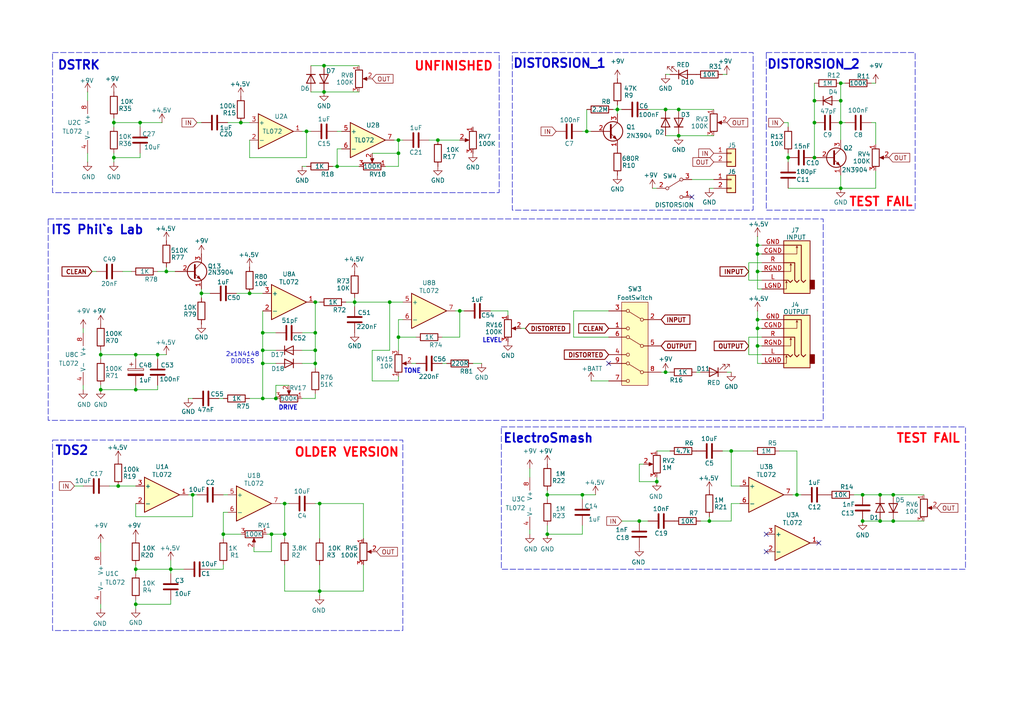
<source format=kicad_sch>
(kicad_sch (version 20231120) (generator "eeschema") (generator_version "8.0")
  (paper "A4")
  (title_block (title "Distorsion Pedals"))
  (junction (at 193.04 107.95))
  (junction (at 190.5 139.7))
  (junction (at 250.19 143.51))
  (junction (at 92.71 146.05))
  (junction (at 170.18 38.1))
  (junction (at 39.37 102.87))
  (junction (at 55.88 143.51))
  (junction (at 255.27 143.51))
  (junction (at 102.87 87.63))
  (junction (at 39.37 165.1))
  (junction (at 219.71 78.74))
  (junction (at 97.79 48.26))
  (junction (at 29.21 113.03))
  (junction (at 76.2 101.6))
  (junction (at 39.37 113.03))
  (junction (at 193.04 31.75))
  (junction (at 179.07 31.75))
  (junction (at 168.91 143.51))
  (junction (at 39.37 175.26))
  (junction (at 34.29 140.97))
  (junction (at 93.98 26.67))
  (junction (at 29.21 102.87))
  (junction (at 219.71 92.71))
  (junction (at 231.14 143.51))
  (junction (at 58.42 85.09))
  (junction (at 158.75 143.51))
  (junction (at 113.03 87.63))
  (junction (at 40.64 35.56))
  (junction (at 91.44 96.52))
  (junction (at 82.55 154.94))
  (junction (at 133.35 90.17))
  (junction (at 76.2 115.57))
  (junction (at 236.22 29.21))
  (junction (at 91.44 87.63))
  (junction (at 64.77 154.94))
  (junction (at 80.01 115.57))
  (junction (at 91.44 101.6))
  (junction (at 219.71 100.33))
  (junction (at 158.75 154.94))
  (junction (at 196.85 31.75))
  (junction (at 212.09 130.81))
  (junction (at 91.44 105.41))
  (junction (at 219.71 73.66))
  (junction (at 78.74 154.94))
  (junction (at 127 40.64))
  (junction (at 76.2 105.41))
  (junction (at 259.08 151.13))
  (junction (at 219.71 95.25))
  (junction (at 33.02 35.56))
  (junction (at 92.71 171.45))
  (junction (at 33.02 45.72))
  (junction (at 69.85 35.56))
  (junction (at 185.42 151.13))
  (junction (at 196.85 39.37))
  (junction (at 228.6 45.72))
  (junction (at 205.74 151.13))
  (junction (at 72.39 85.09))
  (junction (at 255.27 151.13))
  (junction (at 236.22 35.56))
  (junction (at 49.53 165.1))
  (junction (at 115.57 97.79))
  (junction (at 48.26 78.74))
  (junction (at 76.2 96.52))
  (junction (at 115.57 44.45))
  (junction (at 219.71 71.12))
  (junction (at 93.98 19.05))
  (junction (at 82.55 146.05))
  (junction (at 45.72 102.87))
  (junction (at 243.84 35.56))
  (junction (at 250.19 151.13))
  (junction (at 243.84 29.21))
  (junction (at 236.22 45.72))
  (junction (at 88.9 38.1))
  (junction (at 243.84 24.13))
  (junction (at 259.08 143.51))
  (junction (at 115.57 40.64))
  (junction (at 243.84 54.61))
  (no_connect (at 237.49 157.48))
  (no_connect (at 200.66 57.15))
  (no_connect (at 222.25 160.02))
  (no_connect (at 176.53 105.41))
  (no_connect (at 222.25 154.94))
  (wire (pts (xy 133.35 97.79) (xy 133.35 90.17)))
  (wire (pts (xy 100.33 87.63) (xy 102.87 87.63)))
  (wire (pts (xy 39.37 163.83) (xy 39.37 165.1)))
  (wire (pts (xy 49.53 173.99) (xy 49.53 175.26)))
  (wire (pts (xy 190.5 130.81) (xy 194.31 130.81)))
  (wire (pts (xy 78.74 154.94) (xy 77.47 154.94)))
  (wire (pts (xy 212.09 151.13) (xy 205.74 151.13)))
  (wire (pts (xy 39.37 102.87) (xy 29.21 102.87)))
  (wire (pts (xy 64.77 165.1) (xy 64.77 163.83)))
  (wire (pts (xy 63.5 115.57) (xy 64.77 115.57)))
  (wire (pts (xy 170.18 38.1) (xy 170.18 31.75)))
  (wire (pts (xy 33.02 46.99) (xy 33.02 45.72)))
  (wire (pts (xy 120.65 97.79) (xy 115.57 97.79)))
  (wire (pts (xy 92.71 146.05) (xy 105.41 146.05)))
  (wire (pts (xy 58.42 86.36) (xy 58.42 85.09)))
  (wire (pts (xy 82.55 146.05) (xy 82.55 154.94)))
  (wire (pts (xy 24.13 113.03) (xy 24.13 111.76)))
  (wire (pts (xy 76.2 105.41) (xy 80.01 105.41)))
  (wire (pts (xy 231.14 130.81) (xy 231.14 143.51)))
  (wire (pts (xy 39.37 149.86) (xy 55.88 149.86)))
  (wire (pts (xy 87.63 105.41) (xy 91.44 105.41)))
  (wire (pts (xy 220.98 71.12) (xy 219.71 71.12)))
  (wire (pts (xy 82.55 154.94) (xy 78.74 154.94)))
  (wire (pts (xy 40.64 45.72) (xy 33.02 45.72)))
  (wire (pts (xy 90.17 19.05) (xy 93.98 19.05)))
  (wire (pts (xy 102.87 87.63) (xy 102.87 88.9)))
  (wire (pts (xy 115.57 97.79) (xy 115.57 92.71)))
  (wire (pts (xy 72.39 45.72) (xy 88.9 45.72)))
  (wire (pts (xy 219.71 78.74) (xy 219.71 83.82)))
  (wire (pts (xy 69.85 35.56) (xy 72.39 35.56)))
  (wire (pts (xy 217.17 76.2) (xy 217.17 81.28)))
  (wire (pts (xy 227.33 35.56) (xy 228.6 35.56)))
  (wire (pts (xy 212.09 140.97) (xy 214.63 140.97)))
  (wire (pts (xy 236.22 45.72) (xy 236.22 35.56)))
  (wire (pts (xy 39.37 165.1) (xy 39.37 166.37)))
  (wire (pts (xy 243.84 24.13) (xy 243.84 29.21)))
  (wire (pts (xy 212.09 107.95) (xy 210.82 107.95)))
  (wire (pts (xy 92.71 146.05) (xy 91.44 146.05)))
  (wire (pts (xy 102.87 87.63) (xy 113.03 87.63)))
  (wire (pts (xy 158.75 143.51) (xy 158.75 144.78)))
  (wire (pts (xy 205.74 149.86) (xy 205.74 151.13)))
  (wire (pts (xy 45.72 78.74) (xy 48.26 78.74)))
  (wire (pts (xy 68.58 85.09) (xy 72.39 85.09)))
  (wire (pts (xy 245.11 35.56) (xy 243.84 35.56)))
  (wire (pts (xy 49.53 162.56) (xy 49.53 165.1)))
  (wire (pts (xy 168.91 38.1) (xy 170.18 38.1)))
  (wire (pts (xy 45.72 102.87) (xy 48.26 102.87)))
  (wire (pts (xy 92.71 87.63) (xy 91.44 87.63)))
  (wire (pts (xy 236.22 29.21) (xy 236.22 35.56)))
  (wire (pts (xy 87.63 96.52) (xy 91.44 96.52)))
  (wire (pts (xy 29.21 176.53) (xy 29.21 175.26)))
  (wire (pts (xy 219.71 83.82) (xy 220.98 83.82)))
  (wire (pts (xy 185.42 134.62) (xy 185.42 139.7)))
  (wire (pts (xy 48.26 78.74) (xy 50.8 78.74)))
  (wire (pts (xy 217.17 97.79) (xy 217.17 102.87)))
  (wire (pts (xy 34.29 140.97) (xy 39.37 140.97)))
  (wire (pts (xy 39.37 111.76) (xy 39.37 113.03)))
  (wire (pts (xy 82.55 163.83) (xy 82.55 171.45)))
  (wire (pts (xy 82.55 171.45) (xy 92.71 171.45)))
  (wire (pts (xy 102.87 86.36) (xy 102.87 87.63)))
  (wire (pts (xy 31.75 140.97) (xy 34.29 140.97)))
  (wire (pts (xy 219.71 68.58) (xy 219.71 71.12)))
  (wire (pts (xy 193.04 39.37) (xy 196.85 39.37)))
  (wire (pts (xy 107.95 44.45) (xy 115.57 44.45)))
  (wire (pts (xy 91.44 115.57) (xy 91.44 114.3)))
  (wire (pts (xy 254 35.56) (xy 254 41.91)))
  (wire (pts (xy 129.54 105.41) (xy 128.27 105.41)))
  (wire (pts (xy 200.66 52.07) (xy 207.01 52.07)))
  (wire (pts (xy 247.65 143.51) (xy 250.19 143.51)))
  (wire (pts (xy 196.85 39.37) (xy 207.01 39.37)))
  (wire (pts (xy 153.67 154.94) (xy 153.67 153.67)))
  (wire (pts (xy 82.55 146.05) (xy 83.82 146.05)))
  (wire (pts (xy 76.2 90.17) (xy 76.2 96.52)))
  (wire (pts (xy 115.57 44.45) (xy 115.57 48.26)))
  (wire (pts (xy 40.64 45.72) (xy 40.64 44.45)))
  (wire (pts (xy 25.4 26.67) (xy 25.4 29.21)))
  (wire (pts (xy 245.11 24.13) (xy 243.84 24.13)))
  (wire (pts (xy 220.98 92.71) (xy 219.71 92.71)))
  (wire (pts (xy 33.02 34.29) (xy 33.02 35.56)))
  (wire (pts (xy 115.57 92.71) (xy 116.84 92.71)))
  (wire (pts (xy 107.95 110.49) (xy 107.95 101.6)))
  (wire (pts (xy 40.64 35.56) (xy 46.99 35.56)))
  (wire (pts (xy 90.17 38.1) (xy 88.9 38.1)))
  (wire (pts (xy 179.07 31.75) (xy 180.34 31.75)))
  (wire (pts (xy 134.62 90.17) (xy 133.35 90.17)))
  (wire (pts (xy 193.04 107.95) (xy 191.77 107.95)))
  (wire (pts (xy 97.79 48.26) (xy 97.79 43.18)))
  (wire (pts (xy 228.6 54.61) (xy 243.84 54.61)))
  (wire (pts (xy 168.91 144.78) (xy 168.91 143.51)))
  (wire (pts (xy 64.77 143.51) (xy 66.04 143.51)))
  (wire (pts (xy 158.75 152.4) (xy 158.75 154.94)))
  (wire (pts (xy 60.96 165.1) (xy 64.77 165.1)))
  (wire (pts (xy 105.41 171.45) (xy 105.41 163.83)))
  (wire (pts (xy 128.27 97.79) (xy 133.35 97.79)))
  (wire (pts (xy 76.2 101.6) (xy 80.01 101.6)))
  (wire (pts (xy 76.2 101.6) (xy 76.2 105.41)))
  (wire (pts (xy 259.08 151.13) (xy 267.97 151.13)))
  (wire (pts (xy 209.55 130.81) (xy 212.09 130.81)))
  (wire (pts (xy 116.84 40.64) (xy 115.57 40.64)))
  (wire (pts (xy 49.53 166.37) (xy 49.53 165.1)))
  (wire (pts (xy 48.26 77.47) (xy 48.26 78.74)))
  (wire (pts (xy 91.44 87.63) (xy 91.44 96.52)))
  (wire (pts (xy 219.71 105.41) (xy 220.98 105.41)))
  (wire (pts (xy 190.5 139.7) (xy 190.5 138.43)))
  (wire (pts (xy 39.37 102.87) (xy 45.72 102.87)))
  (wire (pts (xy 250.19 151.13) (xy 255.27 151.13)))
  (wire (pts (xy 259.08 151.13) (xy 255.27 151.13)))
  (wire (pts (xy 93.98 26.67) (xy 104.14 26.67)))
  (wire (pts (xy 115.57 109.22) (xy 115.57 110.49)))
  (wire (pts (xy 177.8 31.75) (xy 179.07 31.75)))
  (wire (pts (xy 76.2 115.57) (xy 80.01 115.57)))
  (wire (pts (xy 80.01 111.76) (xy 83.82 111.76)))
  (wire (pts (xy 228.6 35.56) (xy 228.6 36.83)))
  (wire (pts (xy 29.21 111.76) (xy 29.21 113.03)))
  (wire (pts (xy 92.71 172.72) (xy 92.71 171.45)))
  (wire (pts (xy 220.98 73.66) (xy 219.71 73.66)))
  (wire (pts (xy 250.19 143.51) (xy 255.27 143.51)))
  (wire (pts (xy 54.61 143.51) (xy 55.88 143.51)))
  (wire (pts (xy 168.91 154.94) (xy 158.75 154.94)))
  (wire (pts (xy 158.75 142.24) (xy 158.75 143.51)))
  (wire (pts (xy 219.71 92.71) (xy 219.71 95.25)))
  (wire (pts (xy 220.98 76.2) (xy 217.17 76.2)))
  (wire (pts (xy 64.77 154.94) (xy 69.85 154.94)))
  (wire (pts (xy 185.42 151.13) (xy 180.34 151.13)))
  (wire (pts (xy 243.84 54.61) (xy 243.84 50.8)))
  (wire (pts (xy 33.02 35.56) (xy 33.02 36.83)))
  (wire (pts (xy 228.6 44.45) (xy 228.6 45.72)))
  (wire (pts (xy 147.32 91.44) (xy 147.32 90.17)))
  (wire (pts (xy 254 35.56) (xy 252.73 35.56)))
  (wire (pts (xy 254 24.13) (xy 252.73 24.13)))
  (wire (pts (xy 254 49.53) (xy 254 54.61)))
  (wire (pts (xy 72.39 40.64) (xy 72.39 45.72)))
  (wire (pts (xy 45.72 102.87) (xy 45.72 104.14)))
  (wire (pts (xy 220.98 81.28) (xy 217.17 81.28)))
  (wire (pts (xy 66.04 35.56) (xy 69.85 35.56)))
  (wire (pts (xy 105.41 156.21) (xy 105.41 146.05)))
  (wire (pts (xy 113.03 101.6) (xy 113.03 87.63)))
  (wire (pts (xy 60.96 85.09) (xy 58.42 85.09)))
  (wire (pts (xy 220.98 97.79) (xy 217.17 97.79)))
  (wire (pts (xy 45.72 111.76) (xy 45.72 113.03)))
  (wire (pts (xy 58.42 85.09) (xy 58.42 83.82)))
  (wire (pts (xy 39.37 104.14) (xy 39.37 102.87)))
  (wire (pts (xy 24.13 95.25) (xy 24.13 96.52)))
  (wire (pts (xy 90.17 26.67) (xy 93.98 26.67)))
  (wire (pts (xy 92.71 156.21) (xy 92.71 146.05)))
  (wire (pts (xy 64.77 154.94) (xy 64.77 148.59)))
  (wire (pts (xy 87.63 48.26) (xy 88.9 48.26)))
  (wire (pts (xy 259.08 143.51) (xy 267.97 143.51)))
  (wire (pts (xy 166.37 97.79) (xy 166.37 90.17)))
  (wire (pts (xy 133.35 90.17) (xy 132.08 90.17)))
  (wire (pts (xy 243.84 35.56) (xy 243.84 40.64)))
  (wire (pts (xy 220.98 95.25) (xy 219.71 95.25)))
  (wire (pts (xy 115.57 40.64) (xy 114.3 40.64)))
  (wire (pts (xy 82.55 154.94) (xy 82.55 156.21)))
  (wire (pts (xy 58.42 35.56) (xy 57.15 35.56)))
  (wire (pts (xy 76.2 96.52) (xy 76.2 101.6)))
  (wire (pts (xy 212.09 130.81) (xy 212.09 140.97)))
  (wire (pts (xy 64.77 148.59) (xy 66.04 148.59)))
  (wire (pts (xy 219.71 95.25) (xy 219.71 100.33)))
  (wire (pts (xy 120.65 105.41) (xy 119.38 105.41)))
  (wire (pts (xy 210.82 21.59) (xy 209.55 21.59)))
  (wire (pts (xy 87.63 101.6) (xy 91.44 101.6)))
  (wire (pts (xy 115.57 40.64) (xy 115.57 44.45)))
  (wire (pts (xy 243.84 29.21) (xy 243.84 35.56)))
  (wire (pts (xy 64.77 156.21) (xy 64.77 154.94)))
  (wire (pts (xy 168.91 143.51) (xy 158.75 143.51)))
  (wire (pts (xy 236.22 24.13) (xy 236.22 29.21)))
  (wire (pts (xy 97.79 48.26) (xy 104.14 48.26)))
  (wire (pts (xy 212.09 130.81) (xy 218.44 130.81)))
  (wire (pts (xy 219.71 73.66) (xy 219.71 78.74)))
  (wire (pts (xy 133.35 40.64) (xy 127 40.64)))
  (wire (pts (xy 49.53 175.26) (xy 39.37 175.26)))
  (wire (pts (xy 139.7 105.41) (xy 137.16 105.41)))
  (wire (pts (xy 166.37 90.17) (xy 176.53 90.17)))
  (wire (pts (xy 29.21 157.48) (xy 29.21 160.02)))
  (wire (pts (xy 35.56 78.74) (xy 38.1 78.74)))
  (wire (pts (xy 72.39 85.09) (xy 76.2 85.09)))
  (wire (pts (xy 186.69 134.62) (xy 185.42 134.62)))
  (wire (pts (xy 49.53 165.1) (xy 39.37 165.1)))
  (wire (pts (xy 39.37 146.05) (xy 39.37 149.86)))
  (wire (pts (xy 49.53 165.1) (xy 53.34 165.1)))
  (wire (pts (xy 179.07 31.75) (xy 179.07 33.02)))
  (wire (pts (xy 115.57 48.26) (xy 111.76 48.26)))
  (wire (pts (xy 220.98 100.33) (xy 219.71 100.33)))
  (wire (pts (xy 168.91 143.51) (xy 172.72 143.51)))
  (wire (pts (xy 87.63 38.1) (xy 88.9 38.1)))
  (wire (pts (xy 193.04 31.75) (xy 196.85 31.75)))
  (wire (pts (xy 78.74 154.94) (xy 78.74 160.02)))
  (wire (pts (xy 76.2 105.41) (xy 76.2 115.57)))
  (wire (pts (xy 73.66 160.02) (xy 78.74 160.02)))
  (wire (pts (xy 40.64 35.56) (xy 33.02 35.56)))
  (wire (pts (xy 91.44 106.68) (xy 91.44 105.41)))
  (wire (pts (xy 153.67 135.89) (xy 153.67 138.43)))
  (wire (pts (xy 92.71 163.83) (xy 92.71 171.45)))
  (wire (pts (xy 80.01 96.52) (xy 76.2 96.52)))
  (wire (pts (xy 179.07 30.48) (xy 179.07 31.75)))
  (wire (pts (xy 24.13 140.97) (xy 21.59 140.97)))
  (wire (pts (xy 212.09 146.05) (xy 214.63 146.05)))
  (wire (pts (xy 29.21 101.6) (xy 29.21 102.87)))
  (wire (pts (xy 189.23 54.61) (xy 190.5 54.61)))
  (wire (pts (xy 29.21 102.87) (xy 29.21 104.14)))
  (wire (pts (xy 205.74 54.61) (xy 207.01 54.61)))
  (wire (pts (xy 26.67 78.74) (xy 27.94 78.74)))
  (wire (pts (xy 193.04 21.59) (xy 194.31 21.59)))
  (wire (pts (xy 91.44 105.41) (xy 91.44 101.6)))
  (wire (pts (xy 91.44 96.52) (xy 91.44 101.6)))
  (wire (pts (xy 232.41 143.51) (xy 231.14 143.51)))
  (wire (pts (xy 171.45 38.1) (xy 170.18 38.1)))
  (wire (pts (xy 113.03 87.63) (xy 116.84 87.63)))
  (wire (pts (xy 40.64 36.83) (xy 40.64 35.56)))
  (wire (pts (xy 55.88 149.86) (xy 55.88 143.51)))
  (wire (pts (xy 152.4 95.25) (xy 151.13 95.25)))
  (wire (pts (xy 201.93 107.95) (xy 203.2 107.95)))
  (wire (pts (xy 226.06 130.81) (xy 231.14 130.81)))
  (wire (pts (xy 57.15 143.51) (xy 55.88 143.51)))
  (wire (pts (xy 231.14 143.51) (xy 229.87 143.51)))
  (wire (pts (xy 168.91 152.4) (xy 168.91 154.94)))
  (wire (pts (xy 96.52 48.26) (xy 97.79 48.26)))
  (wire (pts (xy 25.4 46.99) (xy 25.4 44.45)))
  (wire (pts (xy 176.53 97.79) (xy 166.37 97.79)))
  (wire (pts (xy 107.95 110.49) (xy 115.57 110.49)))
  (wire (pts (xy 219.71 71.12) (xy 219.71 73.66)))
  (wire (pts (xy 205.74 151.13) (xy 203.2 151.13)))
  (wire (pts (xy 92.71 171.45) (xy 105.41 171.45)))
  (wire (pts (xy 72.39 115.57) (xy 76.2 115.57)))
  (wire (pts (xy 220.98 78.74) (xy 219.71 78.74)))
  (wire (pts (xy 196.85 31.75) (xy 207.01 31.75)))
  (wire (pts (xy 73.66 158.75) (xy 73.66 160.02)))
  (wire (pts (xy 39.37 173.99) (xy 39.37 175.26)))
  (wire (pts (xy 97.79 38.1) (xy 99.06 38.1)))
  (wire (pts (xy 212.09 146.05) (xy 212.09 151.13)))
  (wire (pts (xy 97.79 43.18) (xy 99.06 43.18)))
  (wire (pts (xy 220.98 102.87) (xy 217.17 102.87)))
  (wire (pts (xy 87.63 115.57) (xy 91.44 115.57)))
  (wire (pts (xy 39.37 113.03) (xy 29.21 113.03)))
  (wire (pts (xy 259.08 143.51) (xy 255.27 143.51)))
  (wire (pts (xy 127 40.64) (xy 124.46 40.64)))
  (wire (pts (xy 115.57 97.79) (xy 115.57 101.6)))
  (wire (pts (xy 185.42 139.7) (xy 190.5 139.7)))
  (wire (pts (xy 219.71 90.17) (xy 219.71 92.71)))
  (wire (pts (xy 171.45 110.49) (xy 176.53 110.49)))
  (wire (pts (xy 194.31 107.95) (xy 193.04 107.95)))
  (wire (pts (xy 80.01 115.57) (xy 80.01 111.76)))
  (wire (pts (xy 45.72 113.03) (xy 39.37 113.03)))
  (wire (pts (xy 39.37 175.26) (xy 39.37 176.53)))
  (wire (pts (xy 185.42 151.13) (xy 187.96 151.13)))
  (wire (pts (xy 88.9 45.72) (xy 88.9 38.1)))
  (wire (pts (xy 33.02 44.45) (xy 33.02 45.72)))
  (wire (pts (xy 147.32 90.17) (xy 142.24 90.17)))
  (wire (pts (xy 93.98 19.05) (xy 104.14 19.05)))
  (wire (pts (xy 219.71 100.33) (xy 219.71 105.41)))
  (wire (pts (xy 243.84 54.61) (xy 254 54.61)))
  (wire (pts (xy 107.95 101.6) (xy 113.03 101.6)))
  (wire (pts (xy 54.61 115.57) (xy 55.88 115.57)))
  (wire (pts (xy 187.96 31.75) (xy 193.04 31.75)))
  (wire (pts (xy 228.6 46.99) (xy 228.6 45.72)))
  (wire (pts (xy 81.28 146.05) (xy 82.55 146.05)))
  (rectangle (start 13.97 63.5) (end 238.76 121.92) (stroke (width 0) (type dash)))
  (rectangle (start 222.25 15.24) (end 265.43 60.96) (stroke (width 0) (type dash)))
  (rectangle (start 15.24 15.24) (end 144.78 55.88) (stroke (width 0) (type dash)))
  (rectangle (start 145.415 123.825) (end 280.035 165.1) (stroke (width 0) (type dash)))
  (rectangle (start 148.59 15.24) (end 218.44 60.96) (stroke (width 0) (type dash)))
  (rectangle (start 15.24 127.635) (end 116.84 182.88) (stroke (width 0) (type dash)))
  (text "UNFINISHED\n" (at 131.572 19.304 0) (effects (font (size 2.54 2.54) (thickness 0.508) (bold yes))))
  (text "DISTORSION_1\n" (at 162.306 18.542 0) (effects (font (size 2.54 2.54) (thickness 0.508) (bold yes))))
  (text "TEST FAIL" (at 269.24 127.254 0) (effects (font (size 2.54 2.54) (thickness 0.508) (bold yes))))
  (text "TONE" (at 119.634 107.696 0) (effects (font (size 1.27 1.27) (thickness 0.254) (bold yes))))
  (text "DSTRK" (at 22.86 19.05 0) (effects (font (size 2.54 2.54) (thickness 0.508) (bold yes))))
  (text "OLDER VERSION" (at 100.584 131.318 0) (effects (font (size 2.54 2.54) (thickness 0.508) (bold yes))))
  (text "ITS Phil`s Lab" (at 28.194 66.802 0) (effects (font (size 2.54 2.54) (thickness 0.508) (bold yes))))
  (text "LEVEL" (at 142.748 98.806 0) (effects (font (size 1.27 1.27) (thickness 0.254) (bold yes))))
  (text "ElectroSmash\n" (at 159.004 127.254 0) (effects (font (size 2.54 2.54) (thickness 0.508) (bold yes))))
  (text "DISTORSION_2\n" (at 235.966 18.796 0) (effects (font (size 2.54 2.54) (thickness 0.508) (bold yes))))
  (text "TDS2\n" (at 20.828 130.81 0) (effects (font (size 2.54 2.54) (thickness 0.508) (bold yes))))
  (text "DRIVE" (at 83.566 118.364 0) (effects (font (size 1.27 1.27) (thickness 0.254) (bold yes))))
  (text "2x1N4148\nDIODES" (at 70.358 103.886 0) (effects (font (size 1.27 1.27))))
  (text "TEST FAIL" (at 255.524 58.674 0) (effects (font (size 2.54 2.54) (thickness 0.508) (bold yes))))
  (global_label "OUT" (shape input) (at 109.22 160.02 0) (property "Intersheetrefs" "${INTERSHEET_REFS}" (effects (hide yes))))
  (global_label "CLEAN" (shape input) (at 26.67 78.74 180) (effects (font (bold yes))) (property "Intersheetrefs" "${INTERSHEET_REFS}" (effects (hide yes))))
  (global_label "OUT" (shape input) (at 207.01 46.99 180) (property "Intersheetrefs" "${INTERSHEET_REFS}" (effects (hide yes))))
  (global_label "OUTPUT" (shape input) (at 191.77 100.33 0) (effects (font (bold yes))) (property "Intersheetrefs" "${INTERSHEET_REFS}" (effects (hide yes))))
  (global_label "DISTORTED" (shape input) (at 176.53 102.87 180) (effects (font (bold yes))) (property "Intersheetrefs" "${INTERSHEET_REFS}" (effects (hide yes))))
  (global_label "IN" (shape input) (at 21.59 140.97 180) (property "Intersheetrefs" "${INTERSHEET_REFS}" (effects (hide yes))))
  (global_label "OUT" (shape input) (at 271.78 147.32 0) (property "Intersheetrefs" "${INTERSHEET_REFS}" (effects (hide yes))))
  (global_label "IN" (shape input) (at 161.29 38.1 180) (property "Intersheetrefs" "${INTERSHEET_REFS}" (effects (hide yes))))
  (global_label "INPUT" (shape input) (at 217.17 78.74 180) (effects (font (bold yes))) (property "Intersheetrefs" "${INTERSHEET_REFS}" (effects (hide yes))))
  (global_label "IN" (shape input) (at 207.01 44.45 180) (property "Intersheetrefs" "${INTERSHEET_REFS}" (effects (hide yes))))
  (global_label "CLEAN" (shape input) (at 176.53 95.25 180) (effects (font (bold yes))) (property "Intersheetrefs" "${INTERSHEET_REFS}" (effects (hide yes))))
  (global_label "OUTPUT" (shape input) (at 217.17 100.33 180) (effects (font (bold yes))) (property "Intersheetrefs" "${INTERSHEET_REFS}" (effects (hide yes))))
  (global_label "IN" (shape input) (at 180.34 151.13 180) (property "Intersheetrefs" "${INTERSHEET_REFS}" (effects (hide yes))))
  (global_label "IN" (shape input) (at 57.15 35.56 180) (property "Intersheetrefs" "${INTERSHEET_REFS}" (effects (hide yes))))
  (global_label "IN" (shape input) (at 227.33 35.56 180) (property "Intersheetrefs" "${INTERSHEET_REFS}" (effects (hide yes))))
  (global_label "OUT" (shape input) (at 107.95 22.86 0) (property "Intersheetrefs" "${INTERSHEET_REFS}" (effects (hide yes))))
  (global_label "DISTORTED" (shape input) (at 152.4 95.25 0) (effects (font (bold yes))) (property "Intersheetrefs" "${INTERSHEET_REFS}" (effects (hide yes))))
  (global_label "OUT" (shape input) (at 257.81 45.72 0) (property "Intersheetrefs" "${INTERSHEET_REFS}" (effects (hide yes))))
  (global_label "INPUT" (shape input) (at 191.77 92.71 0) (effects (font (bold yes))) (property "Intersheetrefs" "${INTERSHEET_REFS}" (effects (hide yes))))
  (global_label "OUT" (shape input) (at 210.82 35.56 0) (property "Intersheetrefs" "${INTERSHEET_REFS}" (effects (hide yes))))
  (symbol (lib_id "power:+4V") (at 219.71 90.17 0) (mirror y) (unit 1)
    (property "Reference" "#PWR046" (effects (hide yes)))
    (property "Value" "+4.5V" (at 219.964 86.614 0))
    (property "Description" "Power symbol creates a global label with name \"+4V\"" (effects (hide yes)))
  )
  (symbol (lib_id "Amplifier_Operational:TL072") (at 106.68 40.64 0) (unit 2)
    (property "Reference" "U2" (at 108.204 36.322 0))
    (property "Value" "TL072" (at 105.664 40.64 0))
    (property "Footprint" "Package_DIP:DIP-8_W7.62mm" (effects (hide yes)))
    (property "Datasheet" "http://www.ti.com/lit/ds/symlink/tl071.pdf" (effects (hide yes)))
    (property "Description" "Dual Low-Noise JFET-Input Operational Amplifiers, DIP-8/SOIC-8" (effects (hide yes)))
  )
  (symbol (lib_id "power:+9V") (at 58.42 73.66 0) (mirror y) (unit 1)
    (property "Reference" "#PWR091" (effects (hide yes)))
    (property "Value" "+9V" (at 58.42 69.85 0))
    (property "Description" "Power symbol creates a global label with name \"+9V\"" (effects (hide yes)))
  )
  (symbol (lib_id "Device:R_Potentiometer") (at 190.5 134.62 0) (mirror y) (unit 1)
    (property "Reference" "RV2" (at 192.024 133.604 0) (effects (justify right)))
    (property "Value" "1M" (at 192.024 135.636 0) (effects (justify right)))
    (property "Description" "Potentiometer" (effects (hide yes)))
  )
  (symbol (lib_id "Device:R_Potentiometer") (at 267.97 147.32 0) (unit 1)
    (property "Reference" "RV6" (at 266.446 146.304 0) (effects (justify right)))
    (property "Value" "10K" (at 266.446 148.336 0) (effects (justify right)))
    (property "Description" "Potentiometer" (effects (hide yes)))
  )
  (symbol (lib_id "power:GND") (at 139.7 105.41 0) (unit 1)
    (property "Reference" "#PWR098" (effects (hide yes)))
    (property "Value" "GND" (at 139.7 109.474 0))
    (property "Description" "Power symbol creates a global label with name \"GND\" , ground" (effects (hide yes)))
  )
  (symbol (lib_id "power:GND") (at 92.71 172.72 0) (unit 1)
    (property "Reference" "#PWR021" (effects (hide yes)))
    (property "Value" "GND" (at 92.456 177.038 0))
    (property "Description" "Power symbol creates a global label with name \"GND\" , ground" (effects (hide yes)))
  )
  (symbol (lib_id "Device:C") (at 64.77 85.09 270) (unit 1)
    (property "Reference" "C50" (at 67.818 86.36 90))
    (property "Value" "1uF" (at 64.77 81.788 90))
    (property "Footprint" "Capacitor_THT:C_Disc_D4.3mm_W1.9mm_P5.00mm" (effects (hide yes)))
    (property "Description" "Unpolarized capacitor" (effects (hide yes)))
  )
  (symbol (lib_id "Device:C") (at 57.15 165.1 270) (unit 1)
    (property "Reference" "C1" (at 59.69 166.37 90))
    (property "Value" "10uF" (at 60.706 163.576 90))
    (property "Footprint" "Capacitor_THT:C_Disc_D4.3mm_W1.9mm_P5.00mm" (effects (hide yes)))
    (property "Description" "Unpolarized capacitor" (effects (hide yes)))
  )
  (symbol (lib_id "power:GND") (at 93.98 26.67 0) (unit 1)
    (property "Reference" "#PWR028" (effects (hide yes)))
    (property "Value" "GND" (at 93.98 30.734 0))
    (property "Description" "Power symbol creates a global label with name \"GND\" , ground" (effects (hide yes)))
  )
  (symbol (lib_id "Device:R") (at 198.12 107.95 90) (mirror x) (unit 1)
    (property "Reference" "R16" (at 198.12 110.236 90) (effects (justify left)))
    (property "Value" "1K" (at 199.39 107.95 90) (effects (justify left)))
    (property "Footprint" "Resistor_THT:R_Axial_DIN0207_L6.3mm_D2.5mm_P10.16mm_Horizontal" (effects (hide yes)))
  )
  (symbol (lib_id "Device:R") (at 92.71 48.26 270) (unit 1)
    (property "Reference" "R18" (at 94.996 50.546 90))
    (property "Value" "1K" (at 92.71 48.26 90))
    (property "Footprint" "Resistor_THT:R_Axial_DIN0207_L6.3mm_D2.5mm_P10.16mm_Horizontal" (effects (hide yes)))
    (property "Description" "Resistor" (effects (hide yes)))
  )
  (symbol (lib_id "Device:R") (at 33.02 40.64 180) (unit 1)
    (property "Reference" "R36" (at 36.322 41.656 0))
    (property "Value" "10K" (at 36.322 39.624 0))
    (property "Footprint" "Resistor_THT:R_Axial_DIN0207_L6.3mm_D2.5mm_P10.16mm_Horizontal" (effects (hide yes)))
    (property "Description" "Resistor" (effects (hide yes)))
  )
  (symbol (lib_id "power:+9V") (at 189.23 54.61 0) (unit 1)
    (property "Reference" "#PWR0100" (effects (hide yes)))
    (property "Value" "+9V" (at 188.722 50.8 0))
    (property "Description" "Power symbol creates a global label with name \"+9V\"" (effects (hide yes)))
  )
  (symbol (lib_id "Device:C") (at 240.03 35.56 90) (unit 1)
    (property "Reference" "C9" (at 240.03 39.116 90))
    (property "Value" "47pF" (at 240.284 32.258 90))
    (property "Footprint" "Capacitor_THT:C_Disc_D4.3mm_W1.9mm_P5.00mm" (effects (hide yes)))
    (property "Description" "Unpolarized capacitor" (effects (hide yes)))
  )
  (symbol (lib_id "Device:R") (at 92.71 160.02 180) (unit 1)
    (property "Reference" "R3" (at 96.012 161.036 0))
    (property "Value" "10K" (at 97.028 159.004 0))
    (property "Footprint" "Resistor_THT:R_Axial_DIN0207_L6.3mm_D2.5mm_P10.16mm_Horizontal" (effects (hide yes)))
    (property "Description" "Resistor" (effects (hide yes)))
  )
  (symbol (lib_id "Device:R") (at 133.35 105.41 270) (unit 1)
    (property "Reference" "R81" (at 133.35 107.696 90) (effects (justify left)))
    (property "Value" "220R" (at 130.81 105.41 90) (effects (justify left)))
    (property "Footprint" "Resistor_THT:R_Axial_DIN0207_L6.3mm_D2.5mm_P10.16mm_Horizontal" (effects (hide yes)))
  )
  (symbol (lib_id "Amplifier_Operational:TL072") (at 229.87 157.48 0) (unit 1)
    (property "Reference" "U3" (at 229.87 149.352 0))
    (property "Value" "TL072" (at 229.87 151.638 0))
    (property "Footprint" "Package_DIP:DIP-8_W7.62mm" (effects (hide yes)))
    (property "Datasheet" "http://www.ti.com/lit/ds/symlink/tl071.pdf" (effects (hide yes)))
    (property "Description" "Dual Low-Noise JFET-Input Operational Amplifiers, DIP-8/SOIC-8" (effects (hide yes)))
  )
  (symbol (lib_id "Device:R") (at 205.74 21.59 90) (unit 1)
    (property "Reference" "R31" (at 207.518 19.304 90))
    (property "Value" "10K" (at 205.74 21.59 90))
    (property "Footprint" "Resistor_THT:R_Axial_DIN0207_L6.3mm_D2.5mm_P10.16mm_Horizontal" (effects (hide yes)))
    (property "Description" "Resistor" (effects (hide yes)))
  )
  (symbol (lib_id "Device:R_Potentiometer") (at 147.32 95.25 0) (unit 1)
    (property "Reference" "RV16" (at 145.796 94.234 0) (effects (justify right)))
    (property "Value" "100K" (at 145.796 96.266 0) (effects (justify right)))
    (property "Description" "Potentiometer" (effects (hide yes)))
  )
  (symbol (lib_id "power:+9V") (at 29.21 93.98 0) (unit 1)
    (property "Reference" "#PWR087" (effects (hide yes)))
    (property "Value" "+9V" (at 28.702 90.17 0))
    (property "Description" "Power symbol creates a global label with name \"+9V\"" (effects (hide yes)))
  )
  (symbol (lib_id "power:+9V") (at 25.4 26.67 0) (mirror y) (unit 1)
    (property "Reference" "#PWR034" (effects (hide yes)))
    (property "Value" "+9V" (at 25.146 23.368 0))
    (property "Description" "Power symbol creates a global label with name \"+9V\"" (effects (hide yes)))
  )
  (symbol (lib_id "power:+4V") (at 49.53 162.56 0) (unit 1)
    (property "Reference" "#PWR01" (effects (hide yes)))
    (property "Value" "+4.5V" (at 49.276 159.004 0))
    (property "Description" "Power symbol creates a global label with name \"+4V\"" (effects (hide yes)))
  )
  (symbol (lib_id "Transistor_BJT:2N3904") (at 55.88 78.74 0) (unit 1)
    (property "Reference" "Q13" (at 60.198 77.216 0) (effects (justify left)))
    (property "Value" "2N3904" (at 60.198 78.994 0) (effects (justify left)))
    (property "Footprint" "Package_TO_SOT_THT:TO-92_Inline" (effects (hide yes)))
    (property "Datasheet" "https://www.onsemi.com/pub/Collateral/2N3903-D.PDF" (effects (hide yes)))
    (property "Description" "0.2A Ic, 40V Vce, Small Signal NPN Transistor, TO-92" (effects (hide yes)))
  )
  (symbol (lib_id "power:GND") (at 158.75 154.94 0) (unit 1)
    (property "Reference" "#PWR014" (effects (hide yes)))
    (property "Value" "GND" (at 158.75 159.258 0))
    (property "Description" "Power symbol creates a global label with name \"GND\" , ground" (effects (hide yes)))
  )
  (symbol (lib_id "power:GND") (at 58.42 93.98 0) (unit 1)
    (property "Reference" "#PWR092" (effects (hide yes)))
    (property "Value" "GND" (at 58.42 97.79 0))
    (property "Description" "Power symbol creates a global label with name \"GND\" , ground" (effects (hide yes)))
  )
  (symbol (lib_name "SW_Nidec_CAS-120A1_1") (lib_id "Switch:SW_Nidec_CAS-120A1") (at 195.58 54.61 0) (unit 1)
    (property "Reference" "SW4" (at 194.31 51.054 0))
    (property "Value" "DISTORSION" (at 195.58 59.436 0))
    (property "Footprint" "Button_Switch_SMD:Nidec_Copal_CAS-120A" (effects (hide yes)))
    (property "Datasheet" "https://www.nidec-components.com/e/catalog/switch/cas.pdf" (effects (hide yes)))
    (property "Description" "Switch, single pole double throw" (effects (hide yes)))
  )
  (symbol (lib_id "Device:R") (at 173.99 31.75 90) (unit 1)
    (property "Reference" "R8" (at 175.768 29.464 90))
    (property "Value" "2.2M" (at 173.99 31.75 90))
    (property "Footprint" "Resistor_THT:R_Axial_DIN0207_L6.3mm_D2.5mm_P10.16mm_Horizontal" (effects (hide yes)))
    (property "Description" "Resistor" (effects (hide yes)))
  )
  (symbol (lib_id "Device:R") (at 33.02 30.48 180) (unit 1)
    (property "Reference" "R35" (at 36.322 31.496 0))
    (property "Value" "10K" (at 36.83 29.464 0))
    (property "Footprint" "Resistor_THT:R_Axial_DIN0207_L6.3mm_D2.5mm_P10.16mm_Horizontal" (effects (hide yes)))
    (property "Description" "Resistor" (effects (hide yes)))
  )
  (symbol (lib_id "Device:C") (at 228.6 50.8 180) (unit 1)
    (property "Reference" "C11" (at 232.918 52.07 0))
    (property "Value" "180pF" (at 233.934 49.784 0))
    (property "Footprint" "Capacitor_THT:C_Disc_D4.3mm_W1.9mm_P5.00mm" (effects (hide yes)))
    (property "Description" "Unpolarized capacitor" (effects (hide yes)))
  )
  (symbol (lib_id "Device:C") (at 124.46 105.41 270) (unit 1)
    (property "Reference" "C56" (at 127.508 104.14 90))
    (property "Value" "220nF" (at 124.46 109.22 90))
    (property "Footprint" "Capacitor_THT:C_Disc_D4.3mm_W1.9mm_P5.00mm" (effects (hide yes)))
    (property "Description" "Unpolarized capacitor" (effects (hide yes)))
  )
  (symbol (lib_id "Device:R") (at 72.39 81.28 0) (mirror y) (unit 1)
    (property "Reference" "R80" (at 75.692 80.264 0))
    (property "Value" "10K" (at 75.692 82.296 0))
    (property "Footprint" "Resistor_THT:R_Axial_DIN0207_L6.3mm_D2.5mm_P10.16mm_Horizontal" (effects (hide yes)))
    (property "Description" "Resistor" (effects (hide yes)))
  )
  (symbol (lib_id "Device:R") (at 64.77 160.02 180) (unit 1)
    (property "Reference" "R1" (at 68.072 161.036 0))
    (property "Value" "1K" (at 67.564 159.004 0))
    (property "Footprint" "Resistor_THT:R_Axial_DIN0207_L6.3mm_D2.5mm_P10.16mm_Horizontal" (effects (hide yes)))
    (property "Description" "Resistor" (effects (hide yes)))
  )
  (symbol (lib_id "Device:C") (at 59.69 115.57 270) (unit 1)
    (property "Reference" "C55" (at 62.992 114.3 90))
    (property "Value" "47nF" (at 59.69 118.872 90))
    (property "Footprint" "Capacitor_THT:C_Disc_D4.3mm_W1.9mm_P5.00mm" (effects (hide yes)))
    (property "Description" "Unpolarized capacitor" (effects (hide yes)))
  )
  (symbol (lib_name "+BATT_1") (lib_id "power:+BATT") (at 171.45 110.49 0) (mirror y) (unit 1)
    (property "Reference" "#PWR047" (effects (hide yes)))
    (property "Value" "+BATT" (at 171.704 106.934 0))
    (property "Description" "Power symbol creates a global label with name \"+BATT\"" (effects (hide yes)))
  )
  (symbol (lib_id "Connector_Audio:AudioJack3_Switch") (at 229.87 76.2 0) (mirror y) (unit 1)
    (property "Reference" "J7" (at 230.632 66.802 0))
    (property "Value" "INPUT" (at 230.886 68.834 0))
    (property "Description" "Audio Jack, 3 Poles (Stereo / TRS), Switched Poles (Normalling)" (effects (hide yes)))
  )
  (symbol (lib_id "Device:D") (at 259.08 147.32 90) (unit 1)
    (property "Reference" "D5" (at 262.382 145.034 90) (effects (justify left)))
    (property "Value" "D" (effects (hide yes)))
    (property "Footprint" "Diode_THT:D_DO-41_SOD81_P10.16mm_Horizontal" (effects (hide yes)))
    (property "Description" "Diode" (effects (hide yes)))
    (property "Sim.Device" "D" (effects (hide yes)))
    (property "Sim.Pins" "1=K 2=A" (effects (hide yes)))
  )
  (symbol (lib_id "Amplifier_Operational:TL072") (at 80.01 38.1 0) (unit 1)
    (property "Reference" "U2" (at 81.534 33.782 0))
    (property "Value" "TL072" (at 78.994 38.1 0))
    (property "Footprint" "Package_DIP:DIP-8_W7.62mm" (effects (hide yes)))
    (property "Datasheet" "http://www.ti.com/lit/ds/symlink/tl071.pdf" (effects (hide yes)))
    (property "Description" "Dual Low-Noise JFET-Input Operational Amplifiers, DIP-8/SOIC-8" (effects (hide yes)))
  )
  (symbol (lib_id "Connector_Generic:Conn_01x02") (at 212.09 52.07 0) (unit 1)
    (property "Reference" "J6" (at 211.074 49.784 0) (effects (justify left)))
    (property "Value" "Conn_01x02" (effects (hide yes)))
    (property "Description" "Generic connector, single row, 01x02, script generated (kicad-library-utils/schlib/autogen/connector/)" (effects (hide yes)))
  )
  (symbol (lib_id "power:GND") (at 205.74 54.61 0) (unit 1)
    (property "Reference" "#PWR0101" (effects (hide yes)))
    (property "Value" "GND" (at 205.74 58.674 0))
    (property "Description" "Power symbol creates a global label with name \"GND\" , ground" (effects (hide yes)))
  )
  (symbol (lib_id "Device:R") (at 58.42 90.17 0) (mirror x) (unit 1)
    (property "Reference" "R79" (at 55.118 91.186 0))
    (property "Value" "10K" (at 55.118 89.154 0))
    (property "Footprint" "Resistor_THT:R_Axial_DIN0207_L6.3mm_D2.5mm_P10.16mm_Horizontal" (effects (hide yes)))
    (property "Description" "Resistor" (effects (hide yes)))
  )
  (symbol (lib_id "Device:C") (at 102.87 92.71 180) (unit 1)
    (property "Reference" "C51" (at 105.664 90.678 0))
    (property "Value" "220nF" (at 106.426 94.742 0))
    (property "Footprint" "Capacitor_THT:C_Disc_D4.3mm_W1.9mm_P5.00mm" (effects (hide yes)))
    (property "Description" "Unpolarized capacitor" (effects (hide yes)))
  )
  (symbol (lib_id "Device:R") (at 68.58 115.57 270) (unit 1)
    (property "Reference" "R75" (at 68.58 117.856 90) (effects (justify left)))
    (property "Value" "1K" (at 67.31 115.57 90) (effects (justify left)))
    (property "Footprint" "Resistor_THT:R_Axial_DIN0207_L6.3mm_D2.5mm_P10.16mm_Horizontal" (effects (hide yes)))
  )
  (symbol (lib_id "Device:R_Potentiometer") (at 83.82 115.57 270) (mirror x) (unit 1)
    (property "Reference" "RV17" (at 88.9 112.522 90) (effects (justify right)))
    (property "Value" "500K" (at 86.36 115.57 90) (effects (justify right)))
    (property "Description" "Potentiometer" (effects (hide yes)))
  )
  (symbol (lib_id "Device:C") (at 83.82 96.52 90) (unit 1)
    (property "Reference" "C52" (at 86.868 98.044 90))
    (property "Value" "51pF" (at 84.074 92.964 90))
    (property "Footprint" "Capacitor_THT:C_Disc_D4.3mm_W1.9mm_P5.00mm" (effects (hide yes)))
    (property "Description" "Unpolarized capacitor" (effects (hide yes)))
  )
  (symbol (lib_id "Device:R") (at 240.03 24.13 90) (unit 1)
    (property "Reference" "R12" (at 241.808 21.844 90))
    (property "Value" "1M" (at 240.03 24.13 90))
    (property "Footprint" "Resistor_THT:R_Axial_DIN0207_L6.3mm_D2.5mm_P10.16mm_Horizontal" (effects (hide yes)))
    (property "Description" "Resistor" (effects (hide yes)))
  )
  (symbol (lib_id "Device:C") (at 185.42 154.94 0) (unit 1)
    (property "Reference" "C18" (at 180.594 155.956 0))
    (property "Value" "1nF" (at 180.34 153.67 0))
    (property "Footprint" "Capacitor_THT:C_Disc_D4.3mm_W1.9mm_P5.00mm" (effects (hide yes)))
    (property "Description" "Unpolarized capacitor" (effects (hide yes)))
  )
  (symbol (lib_id "power:GND") (at 190.5 139.7 0) (unit 1)
    (property "Reference" "#PWR010" (effects (hide yes)))
    (property "Value" "GND" (at 190.246 144.018 0))
    (property "Description" "Power symbol creates a global label with name \"GND\" , ground" (effects (hide yes)))
  )
  (symbol (lib_id "Device:R") (at 39.37 160.02 180) (unit 1)
    (property "Reference" "R20" (at 42.672 161.036 0))
    (property "Value" "10K" (at 43.18 159.004 0))
    (property "Footprint" "Resistor_THT:R_Axial_DIN0207_L6.3mm_D2.5mm_P10.16mm_Horizontal" (effects (hide yes)))
    (property "Description" "Resistor" (effects (hide yes)))
  )
  (symbol (lib_id "Connector_Audio:AudioJack3_Switch") (at 229.87 97.79 0) (mirror y) (unit 1)
    (property "Reference" "J4" (at 230.632 88.392 0))
    (property "Value" "OUTPUT" (at 230.886 90.424 0))
    (property "Description" "Audio Jack, 3 Poles (Stereo / TRS), Switched Poles (Normalling)" (effects (hide yes)))
  )
  (symbol (lib_id "power:+4V") (at 102.87 78.74 0) (unit 1)
    (property "Reference" "#PWR096" (effects (hide yes)))
    (property "Value" "+4.5V" (at 102.616 75.184 0))
    (property "Description" "Power symbol creates a global label with name \"+4V\"" (effects (hide yes)))
  )
  (symbol (lib_id "Device:R") (at 222.25 130.81 90) (unit 1)
    (property "Reference" "R5" (at 224.028 128.524 90))
    (property "Value" "1M" (at 222.25 130.81 90))
    (property "Footprint" "Resistor_THT:R_Axial_DIN0207_L6.3mm_D2.5mm_P10.16mm_Horizontal" (effects (hide yes)))
    (property "Description" "Resistor" (effects (hide yes)))
  )
  (symbol (lib_id "Device:C") (at 236.22 143.51 270) (unit 1)
    (property "Reference" "C12" (at 236.22 147.066 90))
    (property "Value" "1uF" (at 236.22 139.954 90))
    (property "Footprint" "Capacitor_THT:C_Disc_D4.3mm_W1.9mm_P5.00mm" (effects (hide yes)))
    (property "Description" "Unpolarized capacitor" (effects (hide yes)))
  )
  (symbol (lib_id "Amplifier_Operational:TL072") (at 31.75 167.64 0) (unit 3)
    (property "Reference" "U1" (at 30.48 166.3699 0) (effects (justify left)))
    (property "Value" "TL072" (at 30.48 168.9099 0) (effects (justify left)))
    (property "Footprint" "Package_DIP:DIP-8_W7.62mm" (effects (hide yes)))
    (property "Datasheet" "http://www.ti.com/lit/ds/symlink/tl071.pdf" (effects (hide yes)))
    (property "Description" "Dual Low-Noise JFET-Input Operational Amplifiers, DIP-8/SOIC-8" (effects (hide yes)))
  )
  (symbol (lib_id "power:GND") (at 29.21 176.53 0) (unit 1)
    (property "Reference" "#PWR09" (effects (hide yes)))
    (property "Value" "GND" (at 28.956 180.848 0))
    (property "Description" "Power symbol creates a global label with name \"GND\" , ground" (effects (hide yes)))
  )
  (symbol (lib_id "Device:C") (at 45.72 107.95 180) (unit 1)
    (property "Reference" "C53" (at 48.514 105.918 0))
    (property "Value" "100nF" (at 49.276 109.982 0))
    (property "Footprint" "Capacitor_THT:C_Disc_D4.3mm_W1.9mm_P5.00mm" (effects (hide yes)))
    (property "Description" "Unpolarized capacitor" (effects (hide yes)))
  )
  (symbol (lib_id "Device:R") (at 102.87 82.55 0) (unit 1)
    (property "Reference" "R73" (at 99.568 81.534 0))
    (property "Value" "10K" (at 99.568 83.566 0))
    (property "Footprint" "Resistor_THT:R_Axial_DIN0207_L6.3mm_D2.5mm_P10.16mm_Horizontal" (effects (hide yes)))
    (property "Description" "Resistor" (effects (hide yes)))
  )
  (symbol (lib_id "Connector_Generic:Conn_01x02") (at 212.09 44.45 0) (unit 1)
    (property "Reference" "J5" (at 211.074 42.164 0) (effects (justify left)))
    (property "Value" "Conn_01x02" (effects (hide yes)))
    (property "Description" "Generic connector, single row, 01x02, script generated (kicad-library-utils/schlib/autogen/connector/)" (effects (hide yes)))
  )
  (symbol (lib_id "Device:R") (at 158.75 148.59 180) (unit 1)
    (property "Reference" "R23" (at 162.052 149.606 0))
    (property "Value" "1M" (at 162.56 147.574 0))
    (property "Footprint" "Resistor_THT:R_Axial_DIN0207_L6.3mm_D2.5mm_P10.16mm_Horizontal" (effects (hide yes)))
    (property "Description" "Resistor" (effects (hide yes)))
  )
  (symbol (lib_id "power:+4V") (at 46.99 35.56 0) (unit 1)
    (property "Reference" "#PWR038" (effects (hide yes)))
    (property "Value" "+4.5V" (at 46.736 32.004 0))
    (property "Description" "Power symbol creates a global label with name \"+4V\"" (effects (hide yes)))
  )
  (symbol (lib_id "Device:C") (at 184.15 31.75 90) (unit 1)
    (property "Reference" "C6" (at 186.69 30.734 90))
    (property "Value" "100nF" (at 188.214 33.274 90))
    (property "Footprint" "Capacitor_THT:C_Disc_D4.3mm_W1.9mm_P5.00mm" (effects (hide yes)))
    (property "Description" "Unpolarized capacitor" (effects (hide yes)))
  )
  (symbol (lib_id "Device:C") (at 60.96 143.51 90) (unit 1)
    (property "Reference" "C2" (at 60.96 139.954 90))
    (property "Value" "10uF" (at 57.15 141.986 90))
    (property "Footprint" "Capacitor_THT:C_Disc_D4.3mm_W1.9mm_P5.00mm" (effects (hide yes)))
    (property "Description" "Unpolarized capacitor" (effects (hide yes)))
  )
  (symbol (lib_id "Device:C") (at 191.77 151.13 270) (unit 1)
    (property "Reference" "C19" (at 191.77 154.686 90))
    (property "Value" "10nF" (at 191.77 147.574 90))
    (property "Footprint" "Capacitor_THT:C_Disc_D4.3mm_W1.9mm_P5.00mm" (effects (hide yes)))
    (property "Description" "Unpolarized capacitor" (effects (hide yes)))
  )
  (symbol (lib_id "Device:D") (at 196.85 35.56 90) (unit 1)
    (property "Reference" "D3" (at 200.152 33.274 90) (effects (justify left)))
    (property "Value" "D" (effects (hide yes)))
    (property "Footprint" "Diode_THT:D_DO-41_SOD81_P10.16mm_Horizontal" (effects (hide yes)))
    (property "Description" "Diode" (effects (hide yes)))
    (property "Sim.Device" "D" (effects (hide yes)))
    (property "Sim.Pins" "1=K 2=A" (effects (hide yes)))
  )
  (symbol (lib_id "power:+4V") (at 219.71 68.58 0) (mirror y) (unit 1)
    (property "Reference" "#PWR025" (effects (hide yes)))
    (property "Value" "+4.5V" (at 219.964 65.024 0))
    (property "Description" "Power symbol creates a global label with name \"+4V\"" (effects (hide yes)))
  )
  (symbol (lib_id "Device:R_Potentiometer") (at 137.16 40.64 0) (mirror y) (unit 1)
    (property "Reference" "RV7" (at 138.684 39.624 0) (effects (justify right)))
    (property "Value" "100K" (at 138.684 41.656 0) (effects (justify right)))
    (property "Description" "Potentiometer" (effects (hide yes)))
  )
  (symbol (lib_id "Device:C") (at 31.75 78.74 90) (unit 1)
    (property "Reference" "C49" (at 31.75 75.184 90))
    (property "Value" "20nF" (at 31.75 82.296 90))
    (property "Footprint" "Capacitor_THT:C_Disc_D4.3mm_W1.9mm_P5.00mm" (effects (hide yes)))
    (property "Description" "Unpolarized capacitor" (effects (hide yes)))
  )
  (symbol (lib_id "Device:R") (at 69.85 31.75 0) (mirror x) (unit 1)
    (property "Reference" "R15" (at 66.548 32.766 0))
    (property "Value" "100k" (at 66.04 30.734 0))
    (property "Footprint" "Resistor_THT:R_Axial_DIN0207_L6.3mm_D2.5mm_P10.16mm_Horizontal" (effects (hide yes)))
    (property "Description" "Resistor" (effects (hide yes)))
  )
  (symbol (lib_id "Device:C") (at 250.19 147.32 0) (unit 1)
    (property "Reference" "C13" (at 245.872 148.844 0))
    (property "Value" "1nF" (at 246.126 146.304 0))
    (property "Footprint" "Capacitor_THT:C_Disc_D4.3mm_W1.9mm_P5.00mm" (effects (hide yes)))
    (property "Description" "Unpolarized capacitor" (effects (hide yes)))
  )
  (symbol (lib_id "Device:C") (at 232.41 45.72 90) (unit 1)
    (property "Reference" "C10" (at 235.712 47.244 90))
    (property "Value" "15nF" (at 232.664 42.418 90))
    (property "Footprint" "Capacitor_THT:C_Disc_D4.3mm_W1.9mm_P5.00mm" (effects (hide yes)))
    (property "Description" "Unpolarized capacitor" (effects (hide yes)))
  )
  (symbol (lib_id "Device:R_Potentiometer") (at 107.95 48.26 270) (mirror x) (unit 1)
    (property "Reference" "RV18" (at 112.014 50.546 90) (effects (justify right)))
    (property "Value" "100K" (at 110.49 48.26 90) (effects (justify right)))
    (property "Description" "Potentiometer" (effects (hide yes)))
  )
  (symbol (lib_id "power:+4V") (at 205.74 142.24 0) (unit 1)
    (property "Reference" "#PWR012" (effects (hide yes)))
    (property "Value" "+4.5V" (at 205.486 138.684 0))
    (property "Description" "Power symbol creates a global label with name \"+4V\"" (effects (hide yes)))
  )
  (symbol (lib_id "power:+9V") (at 153.67 135.89 0) (mirror y) (unit 1)
    (property "Reference" "#PWR04" (effects (hide yes)))
    (property "Value" "+9V" (at 153.67 130.81 0))
    (property "Description" "Power symbol creates a global label with name \"+9V\"" (effects (hide yes)))
  )
  (symbol (lib_id "Device:R") (at 41.91 78.74 270) (unit 1)
    (property "Reference" "R78" (at 41.91 81.026 90) (effects (justify left)))
    (property "Value" "1K" (at 40.64 78.74 90) (effects (justify left)))
    (property "Footprint" "Resistor_THT:R_Axial_DIN0207_L6.3mm_D2.5mm_P10.16mm_Horizontal" (effects (hide yes)))
  )
  (symbol (lib_id "Amplifier_Operational:TL072") (at 21.59 104.14 0) (mirror y) (unit 3)
    (property "Reference" "U8" (at 22.86 102.8699 0) (effects (justify left)))
    (property "Value" "TL072" (at 22.86 105.4099 0) (effects (justify left)))
    (property "Footprint" "Package_DIP:DIP-8_W7.62mm" (effects (hide yes)))
    (property "Datasheet" "http://www.ti.com/lit/ds/symlink/tl071.pdf" (effects (hide yes)))
    (property "Description" "Dual Low-Noise JFET-Input Operational Amplifiers, DIP-8/SOIC-8" (effects (hide yes)))
  )
  (symbol (lib_id "Device:R") (at 205.74 146.05 180) (unit 1)
    (property "Reference" "R21" (at 209.042 147.066 0))
    (property "Value" "1M" (at 208.534 145.034 0))
    (property "Footprint" "Resistor_THT:R_Axial_DIN0207_L6.3mm_D2.5mm_P10.16mm_Horizontal" (effects (hide yes)))
    (property "Description" "Resistor" (effects (hide yes)))
  )
  (symbol (lib_id "power:GND") (at 193.04 21.59 0) (unit 1)
    (property "Reference" "#PWR023" (effects (hide yes)))
    (property "Value" "GND" (at 193.04 25.654 0))
    (property "Description" "Power symbol creates a global label with name \"GND\" , ground" (effects (hide yes)))
  )
  (symbol (lib_id "Device:C") (at 248.92 35.56 90) (unit 1)
    (property "Reference" "C8" (at 248.92 39.116 90))
    (property "Value" "100nF" (at 248.92 32.004 90))
    (property "Footprint" "Capacitor_THT:C_Disc_D4.3mm_W1.9mm_P5.00mm" (effects (hide yes)))
    (property "Description" "Unpolarized capacitor" (effects (hide yes)))
  )
  (symbol (lib_id "power:+4V") (at 172.72 143.51 0) (unit 1)
    (property "Reference" "#PWR020" (effects (hide yes)))
    (property "Value" "+4.5V" (at 172.466 139.954 0))
    (property "Description" "Power symbol creates a global label with name \"+4V\"" (effects (hide yes)))
  )
  (symbol (lib_id "Device:C_Polarized") (at 39.37 107.95 0) (unit 1)
    (property "Reference" "C48" (at 42.164 105.918 0))
    (property "Value" "1uF" (at 42.164 110.236 0))
    (property "Description" "Polarized capacitor" (effects (hide yes)))
  )
  (symbol (lib_id "Device:LED") (at 198.12 21.59 0) (mirror x) (unit 1)
    (property "Reference" "D10" (at 199.39 23.876 0))
    (property "Value" "RED" (at 198.12 18.796 0))
    (property "Description" "Light emitting diode" (effects (hide yes)))
  )
  (symbol (lib_id "Device:R") (at 158.75 138.43 180) (unit 1)
    (property "Reference" "R22" (at 162.052 139.446 0))
    (property "Value" "1M" (at 162.56 137.414 0))
    (property "Footprint" "Resistor_THT:R_Axial_DIN0207_L6.3mm_D2.5mm_P10.16mm_Horizontal" (effects (hide yes)))
    (property "Description" "Resistor" (effects (hide yes)))
  )
  (symbol (lib_id "Device:R_Potentiometer") (at 105.41 160.02 0) (unit 1)
    (property "Reference" "RV5" (at 103.886 159.004 0) (effects (justify right)))
    (property "Value" "100K" (at 103.886 161.036 0) (effects (justify right)))
    (property "Description" "Potentiometer" (effects (hide yes)))
  )
  (symbol (lib_id "power:+9V") (at 158.75 134.62 0) (unit 1)
    (property "Reference" "#PWR013" (effects (hide yes)))
    (property "Value" "+9V" (at 158.242 130.81 0))
    (property "Description" "Power symbol creates a global label with name \"+9V\"" (effects (hide yes)))
  )
  (symbol (lib_id "power:+9V") (at 39.37 156.21 0) (unit 1)
    (property "Reference" "#PWR02" (effects (hide yes)))
    (property "Value" "+9V" (at 38.862 152.4 0))
    (property "Description" "Power symbol creates a global label with name \"+9V\"" (effects (hide yes)))
  )
  (symbol (lib_id "Device:R") (at 179.07 46.99 180) (unit 1)
    (property "Reference" "R10" (at 182.372 48.006 0))
    (property "Value" "680R" (at 182.88 45.974 0))
    (property "Footprint" "Resistor_THT:R_Axial_DIN0207_L6.3mm_D2.5mm_P10.16mm_Horizontal" (effects (hide yes)))
    (property "Description" "Resistor" (effects (hide yes)))
  )
  (symbol (lib_id "power:+9V") (at 33.02 26.67 0) (unit 1)
    (property "Reference" "#PWR036" (effects (hide yes)))
    (property "Value" "+9V" (at 32.512 22.86 0))
    (property "Description" "Power symbol creates a global label with name \"+9V\"" (effects (hide yes)))
  )
  (symbol (lib_id "Device:C") (at 138.43 90.17 270) (unit 1)
    (property "Reference" "C54" (at 141.478 91.44 90))
    (property "Value" "1uF" (at 138.43 86.868 90))
    (property "Footprint" "Capacitor_THT:C_Disc_D4.3mm_W1.9mm_P5.00mm" (effects (hide yes)))
    (property "Description" "Unpolarized capacitor" (effects (hide yes)))
  )
  (symbol (lib_id "Device:R") (at 199.39 151.13 90) (unit 1)
    (property "Reference" "R7" (at 201.168 148.844 90))
    (property "Value" "10K" (at 199.39 151.13 90))
    (property "Footprint" "Resistor_THT:R_Axial_DIN0207_L6.3mm_D2.5mm_P10.16mm_Horizontal" (effects (hide yes)))
    (property "Description" "Resistor" (effects (hide yes)))
  )
  (symbol (lib_id "power:GND") (at 250.19 151.13 0) (unit 1)
    (property "Reference" "#PWR06" (effects (hide yes)))
    (property "Value" "GND" (at 250.19 155.194 0))
    (property "Description" "Power symbol creates a global label with name \"GND\" , ground" (effects (hide yes)))
  )
  (symbol (lib_id "Device:C") (at 87.63 146.05 270) (unit 1)
    (property "Reference" "C4" (at 87.63 149.606 90))
    (property "Value" "10uF" (at 87.63 142.494 90))
    (property "Footprint" "Capacitor_THT:C_Disc_D4.3mm_W1.9mm_P5.00mm" (effects (hide yes)))
    (property "Description" "Unpolarized capacitor" (effects (hide yes)))
  )
  (symbol (lib_id "Amplifier_Operational:TL072") (at 151.13 146.05 0) (mirror y) (unit 3)
    (property "Reference" "U3" (at 152.4 144.7799 0) (effects (justify left)))
    (property "Value" "TL072" (at 152.4 147.3199 0) (effects (justify left)))
    (property "Footprint" "Package_DIP:DIP-8_W7.62mm" (effects (hide yes)))
    (property "Datasheet" "http://www.ti.com/lit/ds/symlink/tl071.pdf" (effects (hide yes)))
    (property "Description" "Dual Low-Noise JFET-Input Operational Amplifiers, DIP-8/SOIC-8" (effects (hide yes)))
  )
  (symbol (lib_id "Device:R_Potentiometer") (at 73.66 154.94 270) (unit 1)
    (property "Reference" "RV1" (at 78.486 152.4 90) (effects (justify right)))
    (property "Value" "100K" (at 76.2 154.94 90) (effects (justify right)))
    (property "Description" "Potentiometer" (effects (hide yes)))
  )
  (symbol (lib_id "power:+9V") (at 179.07 22.86 0) (unit 1)
    (property "Reference" "#PWR015" (effects (hide yes)))
    (property "Value" "+9V" (at 179.07 17.78 0))
    (property "Description" "Power symbol creates a global label with name \"+9V\"" (effects (hide yes)))
  )
  (symbol (lib_id "Device:C") (at 62.23 35.56 90) (unit 1)
    (property "Reference" "C20" (at 65.532 38.862 90))
    (property "Value" "1uF" (at 65.532 37.084 90))
    (property "Footprint" "Capacitor_THT:C_Disc_D4.3mm_W1.9mm_P5.00mm" (effects (hide yes)))
    (property "Description" "Unpolarized capacitor" (effects (hide yes)))
  )
  (symbol (lib_id "Device:C") (at 205.74 130.81 270) (unit 1)
    (property "Reference" "C5" (at 205.74 134.366 90))
    (property "Value" "10uF" (at 205.74 127.254 90))
    (property "Footprint" "Capacitor_THT:C_Disc_D4.3mm_W1.9mm_P5.00mm" (effects (hide yes)))
    (property "Description" "Unpolarized capacitor" (effects (hide yes)))
  )
  (symbol (lib_id "Device:D") (at 83.82 101.6 0) (mirror x) (unit 1)
    (property "Reference" "D17" (at 78.486 102.87 0) (effects (justify left)))
    (property "Value" "D" (effects (hide yes)))
    (property "Footprint" "Diode_THT:D_DO-41_SOD81_P10.16mm_Horizontal" (effects (hide yes)))
    (property "Description" "Diode" (effects (hide yes)))
    (property "Sim.Device" "D" (effects (hide yes)))
    (property "Sim.Pins" "1=K 2=A" (effects (hide yes)))
  )
  (symbol (lib_id "power:GND") (at 87.63 48.26 0) (unit 1)
    (property "Reference" "#PWR022" (effects (hide yes)))
    (property "Value" "GND" (at 87.63 52.324 0))
    (property "Description" "Power symbol creates a global label with name \"GND\" , ground" (effects (hide yes)))
  )
  (symbol (lib_id "Switch:SW_Nidec_CAS-120A1") (at 184.15 92.71 0) (mirror y) (unit 1)
    (property "Reference" "SW3" (at 184.15 83.82 0))
    (property "Value" "FootSwitch" (at 184.15 86.36 0))
    (property "Footprint" "Button_Switch_SMD:Nidec_Copal_CAS-120A" (effects (hide yes)))
    (property "Datasheet" "https://www.nidec-components.com/e/catalog/switch/cas.pdf" (effects (hide yes)))
    (property "Description" "Switch, single pole double throw" (effects (hide yes)))
  )
  (symbol (lib_id "power:GND") (at 54.61 115.57 0) (unit 1)
    (property "Reference" "#PWR093" (effects (hide yes)))
    (property "Value" "GND" (at 54.61 119.38 0))
    (property "Description" "Power symbol creates a global label with name \"GND\" , ground" (effects (hide yes)))
  )
  (symbol (lib_id "Device:C") (at 27.94 140.97 90) (unit 1)
    (property "Reference" "C17" (at 27.94 137.414 90))
    (property "Value" "10uF" (at 24.13 139.446 90))
    (property "Footprint" "Capacitor_THT:C_Disc_D4.3mm_W1.9mm_P5.00mm" (effects (hide yes)))
    (property "Description" "Unpolarized capacitor" (effects (hide yes)))
  )
  (symbol (lib_id "Device:C") (at 40.64 40.64 180) (unit 1)
    (property "Reference" "C27" (at 43.18 38.862 0))
    (property "Value" "10uF" (at 44.196 42.672 0))
    (property "Footprint" "Capacitor_THT:C_Disc_D4.3mm_W1.9mm_P5.00mm" (effects (hide yes)))
    (property "Description" "Unpolarized capacitor" (effects (hide yes)))
  )
  (symbol (lib_id "Transistor_BJT:2N3904") (at 176.53 38.1 0) (unit 1)
    (property "Reference" "Q1" (at 181.61 36.8299 0) (effects (justify left)))
    (property "Value" "2N3904" (at 181.61 39.3699 0) (effects (justify left)))
    (property "Footprint" "Package_TO_SOT_THT:TO-92_Inline" (effects (hide yes)))
    (property "Datasheet" "https://www.onsemi.com/pub/Collateral/2N3903-D.PDF" (effects (hide yes)))
    (property "Description" "0.2A Ic, 40V Vce, Small Signal NPN Transistor, TO-92" (effects (hide yes)))
  )
  (symbol (lib_id "Amplifier_Operational:TL072") (at 124.46 90.17 0) (unit 2)
    (property "Reference" "U8" (at 124.46 82.042 0))
    (property "Value" "TL072" (at 124.46 84.328 0))
    (property "Footprint" "Package_DIP:DIP-8_W7.62mm" (effects (hide yes)))
    (property "Datasheet" "http://www.ti.com/lit/ds/symlink/tl071.pdf" (effects (hide yes)))
    (property "Description" "Dual Low-Noise JFET-Input Operational Amplifiers, DIP-8/SOIC-8" (effects (hide yes)))
  )
  (symbol (lib_id "power:+4V") (at 48.26 69.85 0) (unit 1)
    (property "Reference" "#PWR090" (effects (hide yes)))
    (property "Value" "+4.5V" (at 48.006 66.294 0))
    (property "Description" "Power symbol creates a global label with name \"+4V\"" (effects (hide yes)))
  )
  (symbol (lib_id "power:+9V") (at 24.13 95.25 0) (mirror y) (unit 1)
    (property "Reference" "#PWR085" (effects (hide yes)))
    (property "Value" "+9V" (at 24.13 90.17 0))
    (property "Description" "Power symbol creates a global label with name \"+9V\"" (effects (hide yes)))
  )
  (symbol (lib_id "Device:R") (at 198.12 130.81 90) (unit 1)
    (property "Reference" "R6" (at 199.898 128.524 90))
    (property "Value" "4.7k" (at 198.12 130.81 90))
    (property "Footprint" "Resistor_THT:R_Axial_DIN0207_L6.3mm_D2.5mm_P10.16mm_Horizontal" (effects (hide yes)))
    (property "Description" "Resistor" (effects (hide yes)))
  )
  (symbol (lib_id "power:GND") (at 196.85 39.37 0) (unit 1)
    (property "Reference" "#PWR017" (effects (hide yes)))
    (property "Value" "GND" (at 196.85 43.434 0))
    (property "Description" "Power symbol creates a global label with name \"GND\" , ground" (effects (hide yes)))
  )
  (symbol (lib_id "Device:C") (at 49.53 170.18 180) (unit 1)
    (property "Reference" "C3" (at 52.07 168.402 0))
    (property "Value" "10uF" (at 53.086 172.212 0))
    (property "Footprint" "Capacitor_THT:C_Disc_D4.3mm_W1.9mm_P5.00mm" (effects (hide yes)))
    (property "Description" "Unpolarized capacitor" (effects (hide yes)))
  )
  (symbol (lib_id "Amplifier_Operational:TL072") (at 22.86 36.83 0) (mirror y) (unit 3)
    (property "Reference" "U2" (at 19.558 35.56 0) (effects (justify right)))
    (property "Value" "TL072" (at 18.034 38.1 0) (effects (justify right)))
    (property "Footprint" "Package_DIP:DIP-8_W7.62mm" (effects (hide yes)))
    (property "Datasheet" "http://www.ti.com/lit/ds/symlink/tl071.pdf" (effects (hide yes)))
    (property "Description" "Dual Low-Noise JFET-Input Operational Amplifiers, DIP-8/SOIC-8" (effects (hide yes)))
  )
  (symbol (lib_id "Device:R") (at 48.26 73.66 180) (unit 1)
    (property "Reference" "R77" (at 51.562 74.676 0))
    (property "Value" "510K" (at 52.07 72.644 0))
    (property "Footprint" "Resistor_THT:R_Axial_DIN0207_L6.3mm_D2.5mm_P10.16mm_Horizontal" (effects (hide yes)))
    (property "Description" "Resistor" (effects (hide yes)))
  )
  (symbol (lib_id "power:GND") (at 24.13 113.03 0) (mirror y) (unit 1)
    (property "Reference" "#PWR086" (effects (hide yes)))
    (property "Value" "GND" (at 24.384 117.348 0))
    (property "Description" "Power symbol creates a global label with name \"GND\" , ground" (effects (hide yes)))
  )
  (symbol (lib_id "Device:R") (at 127 44.45 180) (unit 1)
    (property "Reference" "R17" (at 130.302 45.466 0))
    (property "Value" "10K" (at 131.318 43.434 0))
    (property "Footprint" "Resistor_THT:R_Axial_DIN0207_L6.3mm_D2.5mm_P10.16mm_Horizontal" (effects (hide yes)))
    (property "Description" "Resistor" (effects (hide yes)))
  )
  (symbol (lib_id "Device:D") (at 83.82 105.41 0) (mirror y) (unit 1)
    (property "Reference" "D18" (at 82.55 106.934 0) (effects (justify left)))
    (property "Value" "D" (effects (hide yes)))
    (property "Footprint" "Diode_THT:D_DO-41_SOD81_P10.16mm_Horizontal" (effects (hide yes)))
    (property "Description" "Diode" (effects (hide yes)))
    (property "Sim.Device" "D" (effects (hide yes)))
    (property "Sim.Pins" "1=K 2=A" (effects (hide yes)))
  )
  (symbol (lib_id "Device:R_Potentiometer") (at 115.57 105.41 0) (mirror x) (unit 1)
    (property "Reference" "RV15" (at 114.046 104.14 0) (effects (justify right)))
    (property "Value" "10K" (at 114.046 106.172 0) (effects (justify right)))
    (property "Description" "Potentiometer" (effects (hide yes)))
  )
  (symbol (lib_id "Device:R_Potentiometer") (at 207.01 35.56 0) (unit 1)
    (property "Reference" "RV3" (at 205.486 34.544 0) (effects (justify right)))
    (property "Value" "100K" (at 205.486 36.576 0) (effects (justify right)))
    (property "Description" "Potentiometer" (effects (hide yes)))
  )
  (symbol (lib_id "Amplifier_Operational:TL072") (at 222.25 143.51 0) (unit 2)
    (property "Reference" "U3" (at 222.25 135.382 0))
    (property "Value" "TL072" (at 222.25 137.668 0))
    (property "Footprint" "Package_DIP:DIP-8_W7.62mm" (effects (hide yes)))
    (property "Datasheet" "http://www.ti.com/lit/ds/symlink/tl071.pdf" (effects (hide yes)))
    (property "Description" "Dual Low-Noise JFET-Input Operational Amplifiers, DIP-8/SOIC-8" (effects (hide yes)))
  )
  (symbol (lib_id "Device:R_Potentiometer") (at 254 45.72 0) (unit 1)
    (property "Reference" "RV4" (at 252.476 44.704 0) (effects (justify right)))
    (property "Value" "100K" (at 252.476 46.736 0) (effects (justify right)))
    (property "Description" "Potentiometer" (effects (hide yes)))
  )
  (symbol (lib_id "power:GND") (at 25.4 46.99 0) (mirror y) (unit 1)
    (property "Reference" "#PWR035" (effects (hide yes)))
    (property "Value" "GND" (at 25.654 51.308 0))
    (property "Description" "Power symbol creates a global label with name \"GND\" , ground" (effects (hide yes)))
  )
  (symbol (lib_id "Amplifier_Operational:TL072") (at 46.99 143.51 0) (unit 1)
    (property "Reference" "U1" (at 46.99 135.382 0))
    (property "Value" "TL072" (at 46.99 137.668 0))
    (property "Footprint" "Package_DIP:DIP-8_W7.62mm" (effects (hide yes)))
    (property "Datasheet" "http://www.ti.com/lit/ds/symlink/tl071.pdf" (effects (hide yes)))
    (property "Description" "Dual Low-Noise JFET-Input Operational Amplifiers, DIP-8/SOIC-8" (effects (hide yes)))
  )
  (symbol (lib_id "Device:D") (at 93.98 22.86 90) (unit 1)
    (property "Reference" "D7" (at 97.282 20.574 90) (effects (justify left)))
    (property "Value" "D" (effects (hide yes)))
    (property "Footprint" "Diode_THT:D_DO-41_SOD81_P10.16mm_Horizontal" (effects (hide yes)))
    (property "Description" "Diode" (effects (hide yes)))
    (property "Sim.Device" "D" (effects (hide yes)))
    (property "Sim.Pins" "1=K 2=A" (effects (hide yes)))
  )
  (symbol (lib_id "Device:D") (at 90.17 22.86 270) (unit 1)
    (property "Reference" "D6" (at 87.122 25.654 90) (effects (justify left)))
    (property "Value" "D" (effects (hide yes)))
    (property "Footprint" "Diode_THT:D_DO-41_SOD81_P10.16mm_Horizontal" (effects (hide yes)))
    (property "Description" "Diode" (effects (hide yes)))
    (property "Sim.Device" "D" (effects (hide yes)))
    (property "Sim.Pins" "1=K 2=A" (effects (hide yes)))
  )
  (symbol (lib_id "power:GND") (at 39.37 176.53 0) (unit 1)
    (property "Reference" "#PWR03" (effects (hide yes)))
    (property "Value" "GND" (at 39.37 180.594 0))
    (property "Description" "Power symbol creates a global label with name \"GND\" , ground" (effects (hide yes)))
  )
  (symbol (lib_id "Device:C") (at 93.98 38.1 270) (unit 1)
    (property "Reference" "C15" (at 93.98 41.656 90))
    (property "Value" "1uF" (at 93.98 34.544 90))
    (property "Footprint" "Capacitor_THT:C_Disc_D4.3mm_W1.9mm_P5.00mm" (effects (hide yes)))
    (property "Description" "Unpolarized capacitor" (effects (hide yes)))
  )
  (symbol (lib_id "Device:R") (at 29.21 107.95 180) (unit 1)
    (property "Reference" "R71" (at 32.512 108.966 0))
    (property "Value" "100K" (at 33.02 106.934 0))
    (property "Footprint" "Resistor_THT:R_Axial_DIN0207_L6.3mm_D2.5mm_P10.16mm_Horizontal" (effects (hide yes)))
    (property "Description" "Resistor" (effects (hide yes)))
  )
  (symbol (lib_id "power:+9V") (at 29.21 157.48 0) (unit 1)
    (property "Reference" "#PWR08" (effects (hide yes)))
    (property "Value" "+9V" (at 29.21 152.4 0))
    (property "Description" "Power symbol creates a global label with name \"+9V\"" (effects (hide yes)))
  )
  (symbol (lib_id "power:+9V") (at 210.82 21.59 0) (unit 1)
    (property "Reference" "#PWR029" (effects (hide yes)))
    (property "Value" "+9V" (at 210.312 17.78 0))
    (property "Description" "Power symbol creates a global label with name \"+9V\"" (effects (hide yes)))
  )
  (symbol (lib_id "Transistor_BJT:2N3904") (at 241.3 45.72 0) (unit 1)
    (property "Reference" "Q2" (at 244.602 42.926 0) (effects (justify left)))
    (property "Value" "2N3904" (at 244.094 49.276 0) (effects (justify left)))
    (property "Footprint" "Package_TO_SOT_THT:TO-92_Inline" (effects (hide yes)))
    (property "Datasheet" "https://www.onsemi.com/pub/Collateral/2N3903-D.PDF" (effects (hide yes)))
    (property "Description" "0.2A Ic, 40V Vce, Small Signal NPN Transistor, TO-92" (effects (hide yes)))
  )
  (symbol (lib_id "Device:R") (at 82.55 160.02 180) (unit 1)
    (property "Reference" "R2" (at 85.852 161.036 0))
    (property "Value" "3.8K" (at 86.868 159.004 0))
    (property "Footprint" "Resistor_THT:R_Axial_DIN0207_L6.3mm_D2.5mm_P10.16mm_Horizontal" (effects (hide yes)))
    (property "Description" "Resistor" (effects (hide yes)))
  )
  (symbol (lib_id "Device:R") (at 34.29 137.16 180) (unit 1)
    (property "Reference" "R19" (at 37.592 138.176 0))
    (property "Value" "100k" (at 38.1 136.144 0))
    (property "Footprint" "Resistor_THT:R_Axial_DIN0207_L6.3mm_D2.5mm_P10.16mm_Horizontal" (effects (hide yes)))
    (property "Description" "Resistor" (effects (hide yes)))
  )
  (symbol (lib_id "Device:R") (at 39.37 170.18 180) (unit 1)
    (property "Reference" "R4" (at 42.672 171.196 0))
    (property "Value" "10K" (at 43.18 169.164 0))
    (property "Footprint" "Resistor_THT:R_Axial_DIN0207_L6.3mm_D2.5mm_P10.16mm_Horizontal" (effects (hide yes)))
    (property "Description" "Resistor" (effects (hide yes)))
  )
  (symbol (lib_id "power:GND") (at 212.09 107.95 0) (mirror y) (unit 1)
    (property "Reference" "#PWR099" (effects (hide yes)))
    (property "Value" "GND" (at 212.09 112.141 0))
  )
  (symbol (lib_id "power:+4V") (at 34.29 133.35 0) (unit 1)
    (property "Reference" "#PWR07" (effects (hide yes)))
    (property "Value" "+4.5V" (at 34.036 129.794 0))
    (property "Description" "Power symbol creates a global label with name \"+4V\"" (effects (hide yes)))
  )
  (symbol (lib_id "Amplifier_Operational:TL072") (at 73.66 146.05 0) (unit 2)
    (property "Reference" "U1" (at 73.66 137.922 0))
    (property "Value" "TL072" (at 73.66 140.208 0))
    (property "Footprint" "Package_DIP:DIP-8_W7.62mm" (effects (hide yes)))
    (property "Datasheet" "http://www.ti.com/lit/ds/symlink/tl071.pdf" (effects (hide yes)))
    (property "Description" "Dual Low-Noise JFET-Input Operational Amplifiers, DIP-8/SOIC-8" (effects (hide yes)))
  )
  (symbol (lib_id "power:+4V") (at 48.26 102.87 0) (unit 1)
    (property "Reference" "#PWR089" (effects (hide yes)))
    (property "Value" "+4.5V" (at 48.006 99.314 0))
    (property "Description" "Power symbol creates a global label with name \"+4V\"" (effects (hide yes)))
  )
  (symbol (lib_id "Device:LED") (at 207.01 107.95 180) (unit 1)
    (property "Reference" "D11" (at 203.962 106.934 0))
    (property "Value" "RED" (at 207.01 110.998 0))
    (property "Footprint" "LED_THT:LED_D5.0mm" (effects (hide yes)))
    (property "Description" "Light emitting diode" (effects (hide yes)))
  )
  (symbol (lib_id "Device:C") (at 168.91 148.59 180) (unit 1)
    (property "Reference" "C14" (at 171.45 146.812 0))
    (property "Value" "1uF" (at 172.466 150.622 0))
    (property "Footprint" "Capacitor_THT:C_Disc_D4.3mm_W1.9mm_P5.00mm" (effects (hide yes)))
    (property "Description" "Unpolarized capacitor" (effects (hide yes)))
  )
  (symbol (lib_id "Device:D") (at 240.03 29.21 0) (unit 1)
    (property "Reference" "D4" (at 240.284 26.67 0) (effects (justify left)))
    (property "Value" "D" (effects (hide yes)))
    (property "Footprint" "Diode_THT:D_DO-41_SOD81_P10.16mm_Horizontal" (effects (hide yes)))
    (property "Description" "Diode" (effects (hide yes)))
    (property "Sim.Device" "D" (effects (hide yes)))
    (property "Sim.Pins" "1=K 2=A" (effects (hide yes)))
  )
  (symbol (lib_id "power:+4V") (at 69.85 27.94 0) (unit 1)
    (property "Reference" "#PWR024" (effects (hide yes)))
    (property "Value" "+4.5V" (at 69.596 24.384 0))
    (property "Description" "Power symbol creates a global label with name \"+4V\"" (effects (hide yes)))
  )
  (symbol (lib_id "Device:D") (at 255.27 147.32 270) (unit 1)
    (property "Reference" "D1" (at 252.222 150.114 90) (effects (justify left)))
    (property "Value" "D" (effects (hide yes)))
    (property "Footprint" "Diode_THT:D_DO-41_SOD81_P10.16mm_Horizontal" (effects (hide yes)))
    (property "Description" "Diode" (effects (hide yes)))
    (property "Sim.Device" "D" (effects (hide yes)))
    (property "Sim.Pins" "1=K 2=A" (effects (hide yes)))
  )
  (symbol (lib_id "Device:R_Potentiometer") (at 104.14 22.86 0) (unit 1)
    (property "Reference" "RV8" (at 102.616 21.844 0) (effects (justify right)))
    (property "Value" "100K" (at 102.616 23.876 0) (effects (justify right)))
    (property "Description" "Potentiometer" (effects (hide yes)))
  )
  (symbol (lib_id "power:GND") (at 127 48.26 0) (unit 1)
    (property "Reference" "#PWR027" (effects (hide yes)))
    (property "Value" "GND" (at 127 52.324 0))
    (property "Description" "Power symbol creates a global label with name \"GND\" , ground" (effects (hide yes)))
  )
  (symbol (lib_id "power:+4V") (at 72.39 77.47 0) (unit 1)
    (property "Reference" "#PWR094" (effects (hide yes)))
    (property "Value" "+4.5V" (at 72.136 73.914 0))
    (property "Description" "Power symbol creates a global label with name \"+4V\"" (effects (hide yes)))
  )
  (symbol (lib_id "power:GND") (at 243.84 54.61 0) (unit 1)
    (property "Reference" "#PWR018" (effects (hide yes)))
    (property "Value" "GND" (at 243.84 58.674 0))
    (property "Description" "Power symbol creates a global label with name \"GND\" , ground" (effects (hide yes)))
  )
  (symbol (lib_id "power:GND") (at 185.42 158.75 0) (unit 1)
    (property "Reference" "#PWR011" (effects (hide yes)))
    (property "Value" "GND" (at 185.166 163.068 0))
    (property "Description" "Power symbol creates a global label with name \"GND\" , ground" (effects (hide yes)))
  )
  (symbol (lib_id "Device:R") (at 243.84 143.51 90) (unit 1)
    (property "Reference" "R14" (at 245.618 141.224 90))
    (property "Value" "10K" (at 243.84 143.51 90))
    (property "Footprint" "Resistor_THT:R_Axial_DIN0207_L6.3mm_D2.5mm_P10.16mm_Horizontal" (effects (hide yes)))
    (property "Description" "Resistor" (effects (hide yes)))
  )
  (symbol (lib_id "power:GND") (at 147.32 99.06 0) (unit 1)
    (property "Reference" "#PWR095" (effects (hide yes)))
    (property "Value" "GND" (at 147.32 103.124 0))
    (property "Description" "Power symbol creates a global label with name \"GND\" , ground" (effects (hide yes)))
  )
  (symbol (lib_id "Amplifier_Operational:TL072") (at 83.82 87.63 0) (unit 1)
    (property "Reference" "U8" (at 83.82 79.502 0))
    (property "Value" "TL072" (at 83.82 81.788 0))
    (property "Footprint" "Package_DIP:DIP-8_W7.62mm" (effects (hide yes)))
    (property "Datasheet" "http://www.ti.com/lit/ds/symlink/tl071.pdf" (effects (hide yes)))
    (property "Description" "Dual Low-Noise JFET-Input Operational Amplifiers, DIP-8/SOIC-8" (effects (hide yes)))
  )
  (symbol (lib_id "Device:C") (at 120.65 40.64 270) (unit 1)
    (property "Reference" "C21" (at 120.65 44.196 90))
    (property "Value" "1uF" (at 120.65 37.084 90))
    (property "Footprint" "Capacitor_THT:C_Disc_D4.3mm_W1.9mm_P5.00mm" (effects (hide yes)))
    (property "Description" "Unpolarized capacitor" (effects (hide yes)))
  )
  (symbol (lib_id "Device:R") (at 228.6 40.64 0) (unit 1)
    (property "Reference" "R13" (at 225.298 39.624 0))
    (property "Value" "10K" (at 225.298 41.656 0))
    (property "Footprint" "Resistor_THT:R_Axial_DIN0207_L6.3mm_D2.5mm_P10.16mm_Horizontal" (effects (hide yes)))
    (property "Description" "Resistor" (effects (hide yes)))
  )
  (symbol (lib_id "Device:R") (at 29.21 97.79 180) (unit 1)
    (property "Reference" "R70" (at 32.512 98.806 0))
    (property "Value" "100K" (at 33.02 96.774 0))
    (property "Footprint" "Resistor_THT:R_Axial_DIN0207_L6.3mm_D2.5mm_P10.16mm_Horizontal" (effects (hide yes)))
    (property "Description" "Resistor" (effects (hide yes)))
  )
  (symbol (lib_id "Device:R") (at 248.92 24.13 270) (unit 1)
    (property "Reference" "R11" (at 250.444 22.098 90))
    (property "Value" "100K" (at 248.92 24.13 90))
    (property "Footprint" "Resistor_THT:R_Axial_DIN0207_L6.3mm_D2.5mm_P10.16mm_Horizontal" (effects (hide yes)))
    (property "Description" "Resistor" (effects (hide yes)))
  )
  (symbol (lib_id "Device:C") (at 165.1 38.1 90) (unit 1)
    (property "Reference" "C7" (at 165.1 41.656 90))
    (property "Value" "100nF" (at 165.354 34.798 90))
    (property "Footprint" "Capacitor_THT:C_Disc_D4.3mm_W1.9mm_P5.00mm" (effects (hide yes)))
    (property "Description" "Unpolarized capacitor" (effects (hide yes)))
  )
  (symbol (lib_id "power:GND") (at 29.21 113.03 0) (unit 1)
    (property "Reference" "#PWR088" (effects (hide yes)))
    (property "Value" "GND" (at 29.21 117.348 0))
    (property "Description" "Power symbol creates a global label with name \"GND\" , ground" (effects (hide yes)))
  )
  (symbol (lib_id "power:GND") (at 137.16 44.45 0) (unit 1)
    (property "Reference" "#PWR026" (effects (hide yes)))
    (property "Value" "GND" (at 137.16 48.514 0))
    (property "Description" "Power symbol creates a global label with name \"GND\" , ground" (effects (hide yes)))
  )
  (symbol (lib_id "power:+9V") (at 254 24.13 0) (unit 1)
    (property "Reference" "#PWR019" (effects (hide yes)))
    (property "Value" "+9V" (at 254 19.05 0))
    (property "Description" "Power symbol creates a global label with name \"+9V\"" (effects (hide yes)))
  )
  (symbol (lib_id "Device:R") (at 91.44 110.49 0) (mirror y) (unit 1)
    (property "Reference" "R76" (at 94.742 109.474 0))
    (property "Value" "51K" (at 94.742 111.506 0))
    (property "Footprint" "Resistor_THT:R_Axial_DIN0207_L6.3mm_D2.5mm_P10.16mm_Horizontal" (effects (hide yes)))
    (property "Description" "Resistor" (effects (hide yes)))
  )
  (symbol (lib_id "power:GND") (at 33.02 46.99 0) (unit 1)
    (property "Reference" "#PWR037" (effects (hide yes)))
    (property "Value" "GND" (at 33.02 51.308 0))
    (property "Description" "Power symbol creates a global label with name \"GND\" , ground" (effects (hide yes)))
  )
  (symbol (lib_id "Device:R") (at 96.52 87.63 270) (unit 1)
    (property "Reference" "R72" (at 96.52 89.916 90) (effects (justify left)))
    (property "Value" "1K" (at 95.25 87.63 90) (effects (justify left)))
    (property "Footprint" "Resistor_THT:R_Axial_DIN0207_L6.3mm_D2.5mm_P10.16mm_Horizontal" (effects (hide yes)))
  )
  (symbol (lib_id "Device:D") (at 193.04 35.56 270) (unit 1)
    (property "Reference" "D2" (at 189.992 38.354 90) (effects (justify left)))
    (property "Value" "D" (effects (hide yes)))
    (property "Footprint" "Diode_THT:D_DO-41_SOD81_P10.16mm_Horizontal" (effects (hide yes)))
    (property "Description" "Diode" (effects (hide yes)))
    (property "Sim.Device" "D" (effects (hide yes)))
    (property "Sim.Pins" "1=K 2=A" (effects (hide yes)))
  )
  (symbol (lib_id "power:GND") (at 102.87 96.52 0) (unit 1)
    (property "Reference" "#PWR097" (effects (hide yes)))
    (property "Value" "GND" (at 102.87 100.33 0))
    (property "Description" "Power symbol creates a global label with name \"GND\" , ground" (effects (hide yes)))
  )
  (symbol (lib_id "power:GND") (at 179.07 50.8 0) (unit 1)
    (property "Reference" "#PWR016" (effects (hide yes)))
    (property "Value" "GND" (at 179.07 54.864 0))
    (property "Description" "Power symbol creates a global label with name \"GND\" , ground" (effects (hide yes)))
  )
  (symbol (lib_id "power:GND") (at 153.67 154.94 0) (mirror y) (unit 1)
    (property "Reference" "#PWR05" (effects (hide yes)))
    (property "Value" "GND" (at 153.924 159.258 0))
    (property "Description" "Power symbol creates a global label with name \"GND\" , ground" (effects (hide yes)))
  )
  (symbol (lib_id "Device:R") (at 124.46 97.79 270) (unit 1)
    (property "Reference" "R74" (at 124.46 100.076 90) (effects (justify left)))
    (property "Value" "1K" (at 123.19 97.79 90) (effects (justify left)))
    (property "Footprint" "Resistor_THT:R_Axial_DIN0207_L6.3mm_D2.5mm_P10.16mm_Horizontal" (effects (hide yes)))
  )
  (symbol (lib_id "Device:R") (at 179.07 26.67 180) (unit 1)
    (property "Reference" "R9" (at 182.372 27.686 0))
    (property "Value" "47K" (at 182.88 25.654 0))
    (property "Footprint" "Resistor_THT:R_Axial_DIN0207_L6.3mm_D2.5mm_P10.16mm_Horizontal" (effects (hide yes)))
    (property "Description" "Resistor" (effects (hide yes)))
  )
  (symbol (lib_id "power:+9V") (at 193.04 107.95 0) (unit 1)
    (property "Reference" "#PWR045" (effects (hide yes)))
    (property "Value" "+9V" (at 193.04 104.14 0))
    (property "Description" "Power symbol creates a global label with name \"+9V\"" (effects (hide yes)))
  )
)
</source>
